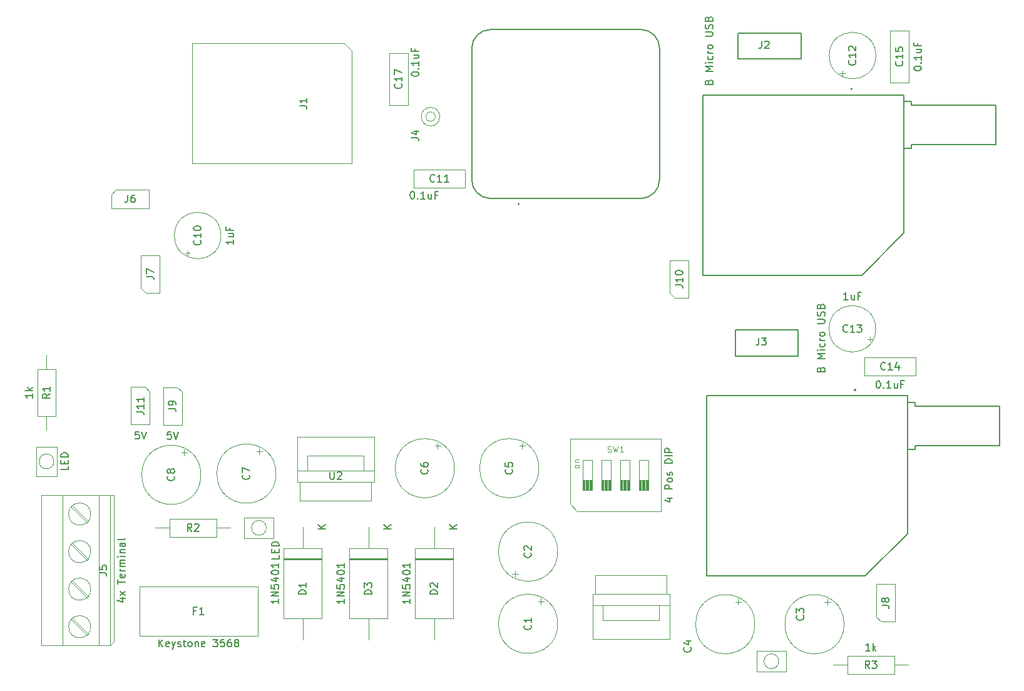
<source format=gbr>
%TF.GenerationSoftware,KiCad,Pcbnew,(6.0.10)*%
%TF.CreationDate,2023-01-17T16:51:49-07:00*%
%TF.ProjectId,MicroPanda,4d696372-6f50-4616-9e64-612e6b696361,rev?*%
%TF.SameCoordinates,Original*%
%TF.FileFunction,AssemblyDrawing,Top*%
%FSLAX46Y46*%
G04 Gerber Fmt 4.6, Leading zero omitted, Abs format (unit mm)*
G04 Created by KiCad (PCBNEW (6.0.10)) date 2023-01-17 16:51:49*
%MOMM*%
%LPD*%
G01*
G04 APERTURE LIST*
%ADD10C,0.150000*%
%ADD11C,0.120000*%
%ADD12C,0.100000*%
%ADD13C,0.127000*%
%ADD14C,0.200000*%
G04 APERTURE END LIST*
D10*
%TO.C,J3*%
X208371571Y-97916476D02*
X208419190Y-97773619D01*
X208466809Y-97726000D01*
X208562047Y-97678380D01*
X208704904Y-97678380D01*
X208800142Y-97726000D01*
X208847761Y-97773619D01*
X208895380Y-97868857D01*
X208895380Y-98249809D01*
X207895380Y-98249809D01*
X207895380Y-97916476D01*
X207943000Y-97821238D01*
X207990619Y-97773619D01*
X208085857Y-97726000D01*
X208181095Y-97726000D01*
X208276333Y-97773619D01*
X208323952Y-97821238D01*
X208371571Y-97916476D01*
X208371571Y-98249809D01*
X208895380Y-96487904D02*
X207895380Y-96487904D01*
X208609666Y-96154571D01*
X207895380Y-95821238D01*
X208895380Y-95821238D01*
X208895380Y-95345047D02*
X208228714Y-95345047D01*
X207895380Y-95345047D02*
X207943000Y-95392666D01*
X207990619Y-95345047D01*
X207943000Y-95297428D01*
X207895380Y-95345047D01*
X207990619Y-95345047D01*
X208847761Y-94440285D02*
X208895380Y-94535523D01*
X208895380Y-94726000D01*
X208847761Y-94821238D01*
X208800142Y-94868857D01*
X208704904Y-94916476D01*
X208419190Y-94916476D01*
X208323952Y-94868857D01*
X208276333Y-94821238D01*
X208228714Y-94726000D01*
X208228714Y-94535523D01*
X208276333Y-94440285D01*
X208895380Y-94011714D02*
X208228714Y-94011714D01*
X208419190Y-94011714D02*
X208323952Y-93964095D01*
X208276333Y-93916476D01*
X208228714Y-93821238D01*
X208228714Y-93726000D01*
X208895380Y-93249809D02*
X208847761Y-93345047D01*
X208800142Y-93392666D01*
X208704904Y-93440285D01*
X208419190Y-93440285D01*
X208323952Y-93392666D01*
X208276333Y-93345047D01*
X208228714Y-93249809D01*
X208228714Y-93106952D01*
X208276333Y-93011714D01*
X208323952Y-92964095D01*
X208419190Y-92916476D01*
X208704904Y-92916476D01*
X208800142Y-92964095D01*
X208847761Y-93011714D01*
X208895380Y-93106952D01*
X208895380Y-93249809D01*
X207895380Y-91726000D02*
X208704904Y-91726000D01*
X208800142Y-91678380D01*
X208847761Y-91630761D01*
X208895380Y-91535523D01*
X208895380Y-91345047D01*
X208847761Y-91249809D01*
X208800142Y-91202190D01*
X208704904Y-91154571D01*
X207895380Y-91154571D01*
X208847761Y-90726000D02*
X208895380Y-90583142D01*
X208895380Y-90345047D01*
X208847761Y-90249809D01*
X208800142Y-90202190D01*
X208704904Y-90154571D01*
X208609666Y-90154571D01*
X208514428Y-90202190D01*
X208466809Y-90249809D01*
X208419190Y-90345047D01*
X208371571Y-90535523D01*
X208323952Y-90630761D01*
X208276333Y-90678380D01*
X208181095Y-90726000D01*
X208085857Y-90726000D01*
X207990619Y-90678380D01*
X207943000Y-90630761D01*
X207895380Y-90535523D01*
X207895380Y-90297428D01*
X207943000Y-90154571D01*
X208371571Y-89392666D02*
X208419190Y-89249809D01*
X208466809Y-89202190D01*
X208562047Y-89154571D01*
X208704904Y-89154571D01*
X208800142Y-89202190D01*
X208847761Y-89249809D01*
X208895380Y-89345047D01*
X208895380Y-89726000D01*
X207895380Y-89726000D01*
X207895380Y-89392666D01*
X207943000Y-89297428D01*
X207990619Y-89249809D01*
X208085857Y-89202190D01*
X208181095Y-89202190D01*
X208276333Y-89249809D01*
X208323952Y-89297428D01*
X208371571Y-89392666D01*
X208371571Y-89726000D01*
X199975666Y-93663380D02*
X199975666Y-94377666D01*
X199928047Y-94520523D01*
X199832809Y-94615761D01*
X199689952Y-94663380D01*
X199594714Y-94663380D01*
X200356619Y-93663380D02*
X200975666Y-93663380D01*
X200642333Y-94044333D01*
X200785190Y-94044333D01*
X200880428Y-94091952D01*
X200928047Y-94139571D01*
X200975666Y-94234809D01*
X200975666Y-94472904D01*
X200928047Y-94568142D01*
X200880428Y-94615761D01*
X200785190Y-94663380D01*
X200499476Y-94663380D01*
X200404238Y-94615761D01*
X200356619Y-94568142D01*
%TO.C,J2*%
X193222571Y-59054476D02*
X193270190Y-58911619D01*
X193317809Y-58864000D01*
X193413047Y-58816380D01*
X193555904Y-58816380D01*
X193651142Y-58864000D01*
X193698761Y-58911619D01*
X193746380Y-59006857D01*
X193746380Y-59387809D01*
X192746380Y-59387809D01*
X192746380Y-59054476D01*
X192794000Y-58959238D01*
X192841619Y-58911619D01*
X192936857Y-58864000D01*
X193032095Y-58864000D01*
X193127333Y-58911619D01*
X193174952Y-58959238D01*
X193222571Y-59054476D01*
X193222571Y-59387809D01*
X193746380Y-57625904D02*
X192746380Y-57625904D01*
X193460666Y-57292571D01*
X192746380Y-56959238D01*
X193746380Y-56959238D01*
X193746380Y-56483047D02*
X193079714Y-56483047D01*
X192746380Y-56483047D02*
X192794000Y-56530666D01*
X192841619Y-56483047D01*
X192794000Y-56435428D01*
X192746380Y-56483047D01*
X192841619Y-56483047D01*
X193698761Y-55578285D02*
X193746380Y-55673523D01*
X193746380Y-55864000D01*
X193698761Y-55959238D01*
X193651142Y-56006857D01*
X193555904Y-56054476D01*
X193270190Y-56054476D01*
X193174952Y-56006857D01*
X193127333Y-55959238D01*
X193079714Y-55864000D01*
X193079714Y-55673523D01*
X193127333Y-55578285D01*
X193746380Y-55149714D02*
X193079714Y-55149714D01*
X193270190Y-55149714D02*
X193174952Y-55102095D01*
X193127333Y-55054476D01*
X193079714Y-54959238D01*
X193079714Y-54864000D01*
X193746380Y-54387809D02*
X193698761Y-54483047D01*
X193651142Y-54530666D01*
X193555904Y-54578285D01*
X193270190Y-54578285D01*
X193174952Y-54530666D01*
X193127333Y-54483047D01*
X193079714Y-54387809D01*
X193079714Y-54244952D01*
X193127333Y-54149714D01*
X193174952Y-54102095D01*
X193270190Y-54054476D01*
X193555904Y-54054476D01*
X193651142Y-54102095D01*
X193698761Y-54149714D01*
X193746380Y-54244952D01*
X193746380Y-54387809D01*
X192746380Y-52864000D02*
X193555904Y-52864000D01*
X193651142Y-52816380D01*
X193698761Y-52768761D01*
X193746380Y-52673523D01*
X193746380Y-52483047D01*
X193698761Y-52387809D01*
X193651142Y-52340190D01*
X193555904Y-52292571D01*
X192746380Y-52292571D01*
X193698761Y-51864000D02*
X193746380Y-51721142D01*
X193746380Y-51483047D01*
X193698761Y-51387809D01*
X193651142Y-51340190D01*
X193555904Y-51292571D01*
X193460666Y-51292571D01*
X193365428Y-51340190D01*
X193317809Y-51387809D01*
X193270190Y-51483047D01*
X193222571Y-51673523D01*
X193174952Y-51768761D01*
X193127333Y-51816380D01*
X193032095Y-51864000D01*
X192936857Y-51864000D01*
X192841619Y-51816380D01*
X192794000Y-51768761D01*
X192746380Y-51673523D01*
X192746380Y-51435428D01*
X192794000Y-51292571D01*
X193222571Y-50530666D02*
X193270190Y-50387809D01*
X193317809Y-50340190D01*
X193413047Y-50292571D01*
X193555904Y-50292571D01*
X193651142Y-50340190D01*
X193698761Y-50387809D01*
X193746380Y-50483047D01*
X193746380Y-50864000D01*
X192746380Y-50864000D01*
X192746380Y-50530666D01*
X192794000Y-50435428D01*
X192841619Y-50387809D01*
X192936857Y-50340190D01*
X193032095Y-50340190D01*
X193127333Y-50387809D01*
X193174952Y-50435428D01*
X193222571Y-50530666D01*
X193222571Y-50864000D01*
X200356443Y-53523140D02*
X200356443Y-54237426D01*
X200308824Y-54380283D01*
X200213586Y-54475521D01*
X200070729Y-54523140D01*
X199975491Y-54523140D01*
X200785015Y-53618379D02*
X200832634Y-53570760D01*
X200927872Y-53523140D01*
X201165967Y-53523140D01*
X201261205Y-53570760D01*
X201308824Y-53618379D01*
X201356443Y-53713617D01*
X201356443Y-53808855D01*
X201308824Y-53951712D01*
X200737396Y-54523140D01*
X201356443Y-54523140D01*
%TO.C,R3*%
X215018952Y-136004380D02*
X214447523Y-136004380D01*
X214733238Y-136004380D02*
X214733238Y-135004380D01*
X214638000Y-135147238D01*
X214542761Y-135242476D01*
X214447523Y-135290095D01*
X215447523Y-136004380D02*
X215447523Y-135004380D01*
X215542761Y-135623428D02*
X215828476Y-136004380D01*
X215828476Y-135337714D02*
X215447523Y-135718666D01*
X214971333Y-138374380D02*
X214638000Y-137898190D01*
X214399904Y-138374380D02*
X214399904Y-137374380D01*
X214780857Y-137374380D01*
X214876095Y-137422000D01*
X214923714Y-137469619D01*
X214971333Y-137564857D01*
X214971333Y-137707714D01*
X214923714Y-137802952D01*
X214876095Y-137850571D01*
X214780857Y-137898190D01*
X214399904Y-137898190D01*
X215304666Y-137374380D02*
X215923714Y-137374380D01*
X215590380Y-137755333D01*
X215733238Y-137755333D01*
X215828476Y-137802952D01*
X215876095Y-137850571D01*
X215923714Y-137945809D01*
X215923714Y-138183904D01*
X215876095Y-138279142D01*
X215828476Y-138326761D01*
X215733238Y-138374380D01*
X215447523Y-138374380D01*
X215352285Y-138326761D01*
X215304666Y-138279142D01*
%TO.C,R2*%
X123277333Y-119832380D02*
X122944000Y-119356190D01*
X122705904Y-119832380D02*
X122705904Y-118832380D01*
X123086857Y-118832380D01*
X123182095Y-118880000D01*
X123229714Y-118927619D01*
X123277333Y-119022857D01*
X123277333Y-119165714D01*
X123229714Y-119260952D01*
X123182095Y-119308571D01*
X123086857Y-119356190D01*
X122705904Y-119356190D01*
X123658285Y-118927619D02*
X123705904Y-118880000D01*
X123801142Y-118832380D01*
X124039238Y-118832380D01*
X124134476Y-118880000D01*
X124182095Y-118927619D01*
X124229714Y-119022857D01*
X124229714Y-119118095D01*
X124182095Y-119260952D01*
X123610666Y-119832380D01*
X124229714Y-119832380D01*
%TO.C,R1*%
X101714380Y-101211047D02*
X101714380Y-101782476D01*
X101714380Y-101496761D02*
X100714380Y-101496761D01*
X100857238Y-101592000D01*
X100952476Y-101687238D01*
X101000095Y-101782476D01*
X101714380Y-100782476D02*
X100714380Y-100782476D01*
X101333428Y-100687238D02*
X101714380Y-100401523D01*
X101047714Y-100401523D02*
X101428666Y-100782476D01*
X104084380Y-101258666D02*
X103608190Y-101592000D01*
X104084380Y-101830095D02*
X103084380Y-101830095D01*
X103084380Y-101449142D01*
X103132000Y-101353904D01*
X103179619Y-101306285D01*
X103274857Y-101258666D01*
X103417714Y-101258666D01*
X103512952Y-101306285D01*
X103560571Y-101353904D01*
X103608190Y-101449142D01*
X103608190Y-101830095D01*
X104084380Y-100306285D02*
X104084380Y-100877714D01*
X104084380Y-100592000D02*
X103084380Y-100592000D01*
X103227238Y-100687238D01*
X103322476Y-100782476D01*
X103370095Y-100877714D01*
%TO.C,D5*%
X135072380Y-123070857D02*
X135072380Y-123547047D01*
X134072380Y-123547047D01*
X134548571Y-122737523D02*
X134548571Y-122404190D01*
X135072380Y-122261333D02*
X135072380Y-122737523D01*
X134072380Y-122737523D01*
X134072380Y-122261333D01*
X135072380Y-121832761D02*
X134072380Y-121832761D01*
X134072380Y-121594666D01*
X134120000Y-121451809D01*
X134215238Y-121356571D01*
X134310476Y-121308952D01*
X134500952Y-121261333D01*
X134643809Y-121261333D01*
X134834285Y-121308952D01*
X134929523Y-121356571D01*
X135024761Y-121451809D01*
X135072380Y-121594666D01*
X135072380Y-121832761D01*
%TO.C,D4*%
X106544380Y-111034857D02*
X106544380Y-111511047D01*
X105544380Y-111511047D01*
X106020571Y-110701523D02*
X106020571Y-110368190D01*
X106544380Y-110225333D02*
X106544380Y-110701523D01*
X105544380Y-110701523D01*
X105544380Y-110225333D01*
X106544380Y-109796761D02*
X105544380Y-109796761D01*
X105544380Y-109558666D01*
X105592000Y-109415809D01*
X105687238Y-109320571D01*
X105782476Y-109272952D01*
X105972952Y-109225333D01*
X106115809Y-109225333D01*
X106306285Y-109272952D01*
X106401523Y-109320571D01*
X106496761Y-109415809D01*
X106544380Y-109558666D01*
X106544380Y-109796761D01*
%TO.C,J11*%
X116141523Y-106362380D02*
X115665333Y-106362380D01*
X115617714Y-106838571D01*
X115665333Y-106790952D01*
X115760571Y-106743333D01*
X115998666Y-106743333D01*
X116093904Y-106790952D01*
X116141523Y-106838571D01*
X116189142Y-106933809D01*
X116189142Y-107171904D01*
X116141523Y-107267142D01*
X116093904Y-107314761D01*
X115998666Y-107362380D01*
X115760571Y-107362380D01*
X115665333Y-107314761D01*
X115617714Y-107267142D01*
X116474857Y-106362380D02*
X116808190Y-107362380D01*
X117141523Y-106362380D01*
X115784380Y-103679523D02*
X116498666Y-103679523D01*
X116641523Y-103727142D01*
X116736761Y-103822380D01*
X116784380Y-103965238D01*
X116784380Y-104060476D01*
X116784380Y-102679523D02*
X116784380Y-103250952D01*
X116784380Y-102965238D02*
X115784380Y-102965238D01*
X115927238Y-103060476D01*
X116022476Y-103155714D01*
X116070095Y-103250952D01*
X116784380Y-101727142D02*
X116784380Y-102298571D01*
X116784380Y-102012857D02*
X115784380Y-102012857D01*
X115927238Y-102108095D01*
X116022476Y-102203333D01*
X116070095Y-102298571D01*
%TO.C,D2*%
X152805843Y-129034931D02*
X152805843Y-129606359D01*
X152805843Y-129320645D02*
X151805843Y-129320645D01*
X151948701Y-129415883D01*
X152043939Y-129511121D01*
X152091558Y-129606359D01*
X152805843Y-128606359D02*
X151805843Y-128606359D01*
X152805843Y-128034931D01*
X151805843Y-128034931D01*
X151805843Y-127082550D02*
X151805843Y-127558740D01*
X152282034Y-127606359D01*
X152234415Y-127558740D01*
X152186796Y-127463502D01*
X152186796Y-127225407D01*
X152234415Y-127130169D01*
X152282034Y-127082550D01*
X152377272Y-127034931D01*
X152615367Y-127034931D01*
X152710605Y-127082550D01*
X152758224Y-127130169D01*
X152805843Y-127225407D01*
X152805843Y-127463502D01*
X152758224Y-127558740D01*
X152710605Y-127606359D01*
X152139177Y-126177788D02*
X152805843Y-126177788D01*
X151758224Y-126415883D02*
X152472510Y-126653978D01*
X152472510Y-126034931D01*
X151805843Y-125463502D02*
X151805843Y-125368264D01*
X151853463Y-125273026D01*
X151901082Y-125225407D01*
X151996320Y-125177788D01*
X152186796Y-125130169D01*
X152424891Y-125130169D01*
X152615367Y-125177788D01*
X152710605Y-125225407D01*
X152758224Y-125273026D01*
X152805843Y-125368264D01*
X152805843Y-125463502D01*
X152758224Y-125558740D01*
X152710605Y-125606359D01*
X152615367Y-125653978D01*
X152424891Y-125701597D01*
X152186796Y-125701597D01*
X151996320Y-125653978D01*
X151901082Y-125606359D01*
X151853463Y-125558740D01*
X151805843Y-125463502D01*
X152805843Y-124177788D02*
X152805843Y-124749216D01*
X152805843Y-124463502D02*
X151805843Y-124463502D01*
X151948701Y-124558740D01*
X152043939Y-124653978D01*
X152091558Y-124749216D01*
X156525843Y-128342669D02*
X155525843Y-128342669D01*
X155525843Y-128104574D01*
X155573463Y-127961716D01*
X155668701Y-127866478D01*
X155763939Y-127818859D01*
X155954415Y-127771240D01*
X156097272Y-127771240D01*
X156287748Y-127818859D01*
X156382986Y-127866478D01*
X156478224Y-127961716D01*
X156525843Y-128104574D01*
X156525843Y-128342669D01*
X155621082Y-127390288D02*
X155573463Y-127342669D01*
X155525843Y-127247431D01*
X155525843Y-127009335D01*
X155573463Y-126914097D01*
X155621082Y-126866478D01*
X155716320Y-126818859D01*
X155811558Y-126818859D01*
X155954415Y-126866478D01*
X156525843Y-127437907D01*
X156525843Y-126818859D01*
X159125843Y-119533978D02*
X158125843Y-119533978D01*
X159125843Y-118962550D02*
X158554415Y-119391121D01*
X158125843Y-118962550D02*
X158697272Y-119533978D01*
%TO.C,SW1*%
X187619714Y-115411240D02*
X188286380Y-115411240D01*
X187238761Y-115649335D02*
X187953047Y-115887431D01*
X187953047Y-115268383D01*
X188286380Y-114125526D02*
X187286380Y-114125526D01*
X187286380Y-113744574D01*
X187334000Y-113649335D01*
X187381619Y-113601716D01*
X187476857Y-113554097D01*
X187619714Y-113554097D01*
X187714952Y-113601716D01*
X187762571Y-113649335D01*
X187810190Y-113744574D01*
X187810190Y-114125526D01*
X188286380Y-112982669D02*
X188238761Y-113077907D01*
X188191142Y-113125526D01*
X188095904Y-113173145D01*
X187810190Y-113173145D01*
X187714952Y-113125526D01*
X187667333Y-113077907D01*
X187619714Y-112982669D01*
X187619714Y-112839812D01*
X187667333Y-112744574D01*
X187714952Y-112696954D01*
X187810190Y-112649335D01*
X188095904Y-112649335D01*
X188191142Y-112696954D01*
X188238761Y-112744574D01*
X188286380Y-112839812D01*
X188286380Y-112982669D01*
X188238761Y-112268383D02*
X188286380Y-112173145D01*
X188286380Y-111982669D01*
X188238761Y-111887431D01*
X188143523Y-111839812D01*
X188095904Y-111839812D01*
X188000666Y-111887431D01*
X187953047Y-111982669D01*
X187953047Y-112125526D01*
X187905428Y-112220764D01*
X187810190Y-112268383D01*
X187762571Y-112268383D01*
X187667333Y-112220764D01*
X187619714Y-112125526D01*
X187619714Y-111982669D01*
X187667333Y-111887431D01*
X188286380Y-110649335D02*
X187286380Y-110649335D01*
X187286380Y-110411240D01*
X187334000Y-110268383D01*
X187429238Y-110173145D01*
X187524476Y-110125526D01*
X187714952Y-110077907D01*
X187857809Y-110077907D01*
X188048285Y-110125526D01*
X188143523Y-110173145D01*
X188238761Y-110268383D01*
X188286380Y-110411240D01*
X188286380Y-110649335D01*
X188286380Y-109649335D02*
X187286380Y-109649335D01*
X188286380Y-109173145D02*
X187286380Y-109173145D01*
X187286380Y-108792193D01*
X187334000Y-108696954D01*
X187381619Y-108649335D01*
X187476857Y-108601716D01*
X187619714Y-108601716D01*
X187714952Y-108649335D01*
X187762571Y-108696954D01*
X187810190Y-108792193D01*
X187810190Y-109173145D01*
D11*
X175658404Y-111108621D02*
X175620309Y-111184812D01*
X175582214Y-111222907D01*
X175506023Y-111261002D01*
X175277452Y-111261002D01*
X175201261Y-111222907D01*
X175163166Y-111184812D01*
X175125071Y-111108621D01*
X175125071Y-110994335D01*
X175163166Y-110918145D01*
X175201261Y-110880050D01*
X175277452Y-110841954D01*
X175506023Y-110841954D01*
X175582214Y-110880050D01*
X175620309Y-110918145D01*
X175658404Y-110994335D01*
X175658404Y-111108621D01*
X175125071Y-110499097D02*
X175658404Y-110499097D01*
X175201261Y-110499097D02*
X175163166Y-110461002D01*
X175125071Y-110384812D01*
X175125071Y-110270526D01*
X175163166Y-110194335D01*
X175239357Y-110156240D01*
X175658404Y-110156240D01*
X179537333Y-109108383D02*
X179651619Y-109146478D01*
X179842095Y-109146478D01*
X179918285Y-109108383D01*
X179956380Y-109070288D01*
X179994476Y-108994097D01*
X179994476Y-108917907D01*
X179956380Y-108841716D01*
X179918285Y-108803621D01*
X179842095Y-108765526D01*
X179689714Y-108727431D01*
X179613523Y-108689335D01*
X179575428Y-108651240D01*
X179537333Y-108575050D01*
X179537333Y-108498859D01*
X179575428Y-108422669D01*
X179613523Y-108384574D01*
X179689714Y-108346478D01*
X179880190Y-108346478D01*
X179994476Y-108384574D01*
X180261142Y-108346478D02*
X180451619Y-109146478D01*
X180604000Y-108575050D01*
X180756380Y-109146478D01*
X180946857Y-108346478D01*
X181670666Y-109146478D02*
X181213523Y-109146478D01*
X181442095Y-109146478D02*
X181442095Y-108346478D01*
X181365904Y-108460764D01*
X181289714Y-108536954D01*
X181213523Y-108575050D01*
D10*
%TO.C,C2*%
X169130605Y-122761995D02*
X169178224Y-122809614D01*
X169225843Y-122952471D01*
X169225843Y-123047709D01*
X169178224Y-123190567D01*
X169082986Y-123285805D01*
X168987748Y-123333424D01*
X168797272Y-123381043D01*
X168654415Y-123381043D01*
X168463939Y-123333424D01*
X168368701Y-123285805D01*
X168273463Y-123190567D01*
X168225843Y-123047709D01*
X168225843Y-122952471D01*
X168273463Y-122809614D01*
X168321082Y-122761995D01*
X168321082Y-122381043D02*
X168273463Y-122333424D01*
X168225843Y-122238186D01*
X168225843Y-122000090D01*
X168273463Y-121904852D01*
X168321082Y-121857233D01*
X168416320Y-121809614D01*
X168511558Y-121809614D01*
X168654415Y-121857233D01*
X169225843Y-122428662D01*
X169225843Y-121809614D01*
%TO.C,C7*%
X131030605Y-112208136D02*
X131078224Y-112255755D01*
X131125843Y-112398612D01*
X131125843Y-112493850D01*
X131078224Y-112636708D01*
X130982986Y-112731946D01*
X130887748Y-112779565D01*
X130697272Y-112827184D01*
X130554415Y-112827184D01*
X130363939Y-112779565D01*
X130268701Y-112731946D01*
X130173463Y-112636708D01*
X130125843Y-112493850D01*
X130125843Y-112398612D01*
X130173463Y-112255755D01*
X130221082Y-112208136D01*
X130125843Y-111874803D02*
X130125843Y-111208136D01*
X131125843Y-111636708D01*
%TO.C,C13*%
X212045661Y-88508380D02*
X211474233Y-88508380D01*
X211759947Y-88508380D02*
X211759947Y-87508380D01*
X211664709Y-87651238D01*
X211569471Y-87746476D01*
X211474233Y-87794095D01*
X212902804Y-87841714D02*
X212902804Y-88508380D01*
X212474233Y-87841714D02*
X212474233Y-88365523D01*
X212521852Y-88460761D01*
X212617090Y-88508380D01*
X212759947Y-88508380D01*
X212855185Y-88460761D01*
X212902804Y-88413142D01*
X213712328Y-87984571D02*
X213378995Y-87984571D01*
X213378995Y-88508380D02*
X213378995Y-87508380D01*
X213855185Y-87508380D01*
X211998042Y-92813142D02*
X211950423Y-92860761D01*
X211807566Y-92908380D01*
X211712328Y-92908380D01*
X211569471Y-92860761D01*
X211474233Y-92765523D01*
X211426614Y-92670285D01*
X211378995Y-92479809D01*
X211378995Y-92336952D01*
X211426614Y-92146476D01*
X211474233Y-92051238D01*
X211569471Y-91956000D01*
X211712328Y-91908380D01*
X211807566Y-91908380D01*
X211950423Y-91956000D01*
X211998042Y-92003619D01*
X212950423Y-92908380D02*
X212378995Y-92908380D01*
X212664709Y-92908380D02*
X212664709Y-91908380D01*
X212569471Y-92051238D01*
X212474233Y-92146476D01*
X212378995Y-92194095D01*
X213283757Y-91908380D02*
X213902804Y-91908380D01*
X213569471Y-92289333D01*
X213712328Y-92289333D01*
X213807566Y-92336952D01*
X213855185Y-92384571D01*
X213902804Y-92479809D01*
X213902804Y-92717904D01*
X213855185Y-92813142D01*
X213807566Y-92860761D01*
X213712328Y-92908380D01*
X213426614Y-92908380D01*
X213331376Y-92860761D01*
X213283757Y-92813142D01*
%TO.C,J4*%
X152995380Y-66627333D02*
X153709666Y-66627333D01*
X153852523Y-66674952D01*
X153947761Y-66770190D01*
X153995380Y-66913047D01*
X153995380Y-67008285D01*
X153328714Y-65722571D02*
X153995380Y-65722571D01*
X152947761Y-65960666D02*
X153662047Y-66198761D01*
X153662047Y-65579714D01*
%TO.C,J7*%
X117137380Y-85383333D02*
X117851666Y-85383333D01*
X117994523Y-85430952D01*
X118089761Y-85526190D01*
X118137380Y-85669047D01*
X118137380Y-85764285D01*
X117137380Y-85002380D02*
X117137380Y-84335714D01*
X118137380Y-84764285D01*
%TO.C,J6*%
X114601666Y-74357380D02*
X114601666Y-75071666D01*
X114554047Y-75214523D01*
X114458809Y-75309761D01*
X114315952Y-75357380D01*
X114220714Y-75357380D01*
X115506428Y-74357380D02*
X115315952Y-74357380D01*
X115220714Y-74405000D01*
X115173095Y-74452619D01*
X115077857Y-74595476D01*
X115030238Y-74785952D01*
X115030238Y-75166904D01*
X115077857Y-75262142D01*
X115125476Y-75309761D01*
X115220714Y-75357380D01*
X115411190Y-75357380D01*
X115506428Y-75309761D01*
X115554047Y-75262142D01*
X115601666Y-75166904D01*
X115601666Y-74928809D01*
X115554047Y-74833571D01*
X115506428Y-74785952D01*
X115411190Y-74738333D01*
X115220714Y-74738333D01*
X115125476Y-74785952D01*
X115077857Y-74833571D01*
X115030238Y-74928809D01*
%TO.C,C14*%
X216098642Y-99488380D02*
X216193880Y-99488380D01*
X216289119Y-99536000D01*
X216336738Y-99583619D01*
X216384357Y-99678857D01*
X216431976Y-99869333D01*
X216431976Y-100107428D01*
X216384357Y-100297904D01*
X216336738Y-100393142D01*
X216289119Y-100440761D01*
X216193880Y-100488380D01*
X216098642Y-100488380D01*
X216003404Y-100440761D01*
X215955785Y-100393142D01*
X215908166Y-100297904D01*
X215860547Y-100107428D01*
X215860547Y-99869333D01*
X215908166Y-99678857D01*
X215955785Y-99583619D01*
X216003404Y-99536000D01*
X216098642Y-99488380D01*
X216860547Y-100393142D02*
X216908166Y-100440761D01*
X216860547Y-100488380D01*
X216812928Y-100440761D01*
X216860547Y-100393142D01*
X216860547Y-100488380D01*
X217860547Y-100488380D02*
X217289119Y-100488380D01*
X217574833Y-100488380D02*
X217574833Y-99488380D01*
X217479595Y-99631238D01*
X217384357Y-99726476D01*
X217289119Y-99774095D01*
X218717690Y-99821714D02*
X218717690Y-100488380D01*
X218289119Y-99821714D02*
X218289119Y-100345523D01*
X218336738Y-100440761D01*
X218431976Y-100488380D01*
X218574833Y-100488380D01*
X218670071Y-100440761D01*
X218717690Y-100393142D01*
X219527214Y-99964571D02*
X219193880Y-99964571D01*
X219193880Y-100488380D02*
X219193880Y-99488380D01*
X219670071Y-99488380D01*
X217098642Y-97893142D02*
X217051023Y-97940761D01*
X216908166Y-97988380D01*
X216812928Y-97988380D01*
X216670071Y-97940761D01*
X216574833Y-97845523D01*
X216527214Y-97750285D01*
X216479595Y-97559809D01*
X216479595Y-97416952D01*
X216527214Y-97226476D01*
X216574833Y-97131238D01*
X216670071Y-97036000D01*
X216812928Y-96988380D01*
X216908166Y-96988380D01*
X217051023Y-97036000D01*
X217098642Y-97083619D01*
X218051023Y-97988380D02*
X217479595Y-97988380D01*
X217765309Y-97988380D02*
X217765309Y-96988380D01*
X217670071Y-97131238D01*
X217574833Y-97226476D01*
X217479595Y-97274095D01*
X218908166Y-97321714D02*
X218908166Y-97988380D01*
X218670071Y-96940761D02*
X218431976Y-97655047D01*
X219051023Y-97655047D01*
%TO.C,C11*%
X153066642Y-73874380D02*
X153161880Y-73874380D01*
X153257119Y-73922000D01*
X153304738Y-73969619D01*
X153352357Y-74064857D01*
X153399976Y-74255333D01*
X153399976Y-74493428D01*
X153352357Y-74683904D01*
X153304738Y-74779142D01*
X153257119Y-74826761D01*
X153161880Y-74874380D01*
X153066642Y-74874380D01*
X152971404Y-74826761D01*
X152923785Y-74779142D01*
X152876166Y-74683904D01*
X152828547Y-74493428D01*
X152828547Y-74255333D01*
X152876166Y-74064857D01*
X152923785Y-73969619D01*
X152971404Y-73922000D01*
X153066642Y-73874380D01*
X153828547Y-74779142D02*
X153876166Y-74826761D01*
X153828547Y-74874380D01*
X153780928Y-74826761D01*
X153828547Y-74779142D01*
X153828547Y-74874380D01*
X154828547Y-74874380D02*
X154257119Y-74874380D01*
X154542833Y-74874380D02*
X154542833Y-73874380D01*
X154447595Y-74017238D01*
X154352357Y-74112476D01*
X154257119Y-74160095D01*
X155685690Y-74207714D02*
X155685690Y-74874380D01*
X155257119Y-74207714D02*
X155257119Y-74731523D01*
X155304738Y-74826761D01*
X155399976Y-74874380D01*
X155542833Y-74874380D01*
X155638071Y-74826761D01*
X155685690Y-74779142D01*
X156495214Y-74350571D02*
X156161880Y-74350571D01*
X156161880Y-74874380D02*
X156161880Y-73874380D01*
X156638071Y-73874380D01*
X156138642Y-72493142D02*
X156091023Y-72540761D01*
X155948166Y-72588380D01*
X155852928Y-72588380D01*
X155710071Y-72540761D01*
X155614833Y-72445523D01*
X155567214Y-72350285D01*
X155519595Y-72159809D01*
X155519595Y-72016952D01*
X155567214Y-71826476D01*
X155614833Y-71731238D01*
X155710071Y-71636000D01*
X155852928Y-71588380D01*
X155948166Y-71588380D01*
X156091023Y-71636000D01*
X156138642Y-71683619D01*
X157091023Y-72588380D02*
X156519595Y-72588380D01*
X156805309Y-72588380D02*
X156805309Y-71588380D01*
X156710071Y-71731238D01*
X156614833Y-71826476D01*
X156519595Y-71874095D01*
X158043404Y-72588380D02*
X157471976Y-72588380D01*
X157757690Y-72588380D02*
X157757690Y-71588380D01*
X157662452Y-71731238D01*
X157567214Y-71826476D01*
X157471976Y-71874095D01*
%TO.C,C15*%
X220963880Y-57268857D02*
X220963880Y-57173619D01*
X221011500Y-57078380D01*
X221059119Y-57030761D01*
X221154357Y-56983142D01*
X221344833Y-56935523D01*
X221582928Y-56935523D01*
X221773404Y-56983142D01*
X221868642Y-57030761D01*
X221916261Y-57078380D01*
X221963880Y-57173619D01*
X221963880Y-57268857D01*
X221916261Y-57364095D01*
X221868642Y-57411714D01*
X221773404Y-57459333D01*
X221582928Y-57506952D01*
X221344833Y-57506952D01*
X221154357Y-57459333D01*
X221059119Y-57411714D01*
X221011500Y-57364095D01*
X220963880Y-57268857D01*
X221868642Y-56506952D02*
X221916261Y-56459333D01*
X221963880Y-56506952D01*
X221916261Y-56554571D01*
X221868642Y-56506952D01*
X221963880Y-56506952D01*
X221963880Y-55506952D02*
X221963880Y-56078380D01*
X221963880Y-55792666D02*
X220963880Y-55792666D01*
X221106738Y-55887904D01*
X221201976Y-55983142D01*
X221249595Y-56078380D01*
X221297214Y-54649809D02*
X221963880Y-54649809D01*
X221297214Y-55078380D02*
X221821023Y-55078380D01*
X221916261Y-55030761D01*
X221963880Y-54935523D01*
X221963880Y-54792666D01*
X221916261Y-54697428D01*
X221868642Y-54649809D01*
X221440071Y-53840285D02*
X221440071Y-54173619D01*
X221963880Y-54173619D02*
X220963880Y-54173619D01*
X220963880Y-53697428D01*
X219368642Y-56268857D02*
X219416261Y-56316476D01*
X219463880Y-56459333D01*
X219463880Y-56554571D01*
X219416261Y-56697428D01*
X219321023Y-56792666D01*
X219225785Y-56840285D01*
X219035309Y-56887904D01*
X218892452Y-56887904D01*
X218701976Y-56840285D01*
X218606738Y-56792666D01*
X218511500Y-56697428D01*
X218463880Y-56554571D01*
X218463880Y-56459333D01*
X218511500Y-56316476D01*
X218559119Y-56268857D01*
X219463880Y-55316476D02*
X219463880Y-55887904D01*
X219463880Y-55602190D02*
X218463880Y-55602190D01*
X218606738Y-55697428D01*
X218701976Y-55792666D01*
X218749595Y-55887904D01*
X218463880Y-54411714D02*
X218463880Y-54887904D01*
X218940071Y-54935523D01*
X218892452Y-54887904D01*
X218844833Y-54792666D01*
X218844833Y-54554571D01*
X218892452Y-54459333D01*
X218940071Y-54411714D01*
X219035309Y-54364095D01*
X219273404Y-54364095D01*
X219368642Y-54411714D01*
X219416261Y-54459333D01*
X219463880Y-54554571D01*
X219463880Y-54792666D01*
X219416261Y-54887904D01*
X219368642Y-54935523D01*
%TO.C,C8*%
X120870605Y-112369881D02*
X120918224Y-112417500D01*
X120965843Y-112560357D01*
X120965843Y-112655595D01*
X120918224Y-112798453D01*
X120822986Y-112893691D01*
X120727748Y-112941310D01*
X120537272Y-112988929D01*
X120394415Y-112988929D01*
X120203939Y-112941310D01*
X120108701Y-112893691D01*
X120013463Y-112798453D01*
X119965843Y-112655595D01*
X119965843Y-112560357D01*
X120013463Y-112417500D01*
X120061082Y-112369881D01*
X120394415Y-111798453D02*
X120346796Y-111893691D01*
X120299177Y-111941310D01*
X120203939Y-111988929D01*
X120156320Y-111988929D01*
X120061082Y-111941310D01*
X120013463Y-111893691D01*
X119965843Y-111798453D01*
X119965843Y-111607976D01*
X120013463Y-111512738D01*
X120061082Y-111465119D01*
X120156320Y-111417500D01*
X120203939Y-111417500D01*
X120299177Y-111465119D01*
X120346796Y-111512738D01*
X120394415Y-111607976D01*
X120394415Y-111798453D01*
X120442034Y-111893691D01*
X120489653Y-111941310D01*
X120584891Y-111988929D01*
X120775367Y-111988929D01*
X120870605Y-111941310D01*
X120918224Y-111893691D01*
X120965843Y-111798453D01*
X120965843Y-111607976D01*
X120918224Y-111512738D01*
X120870605Y-111465119D01*
X120775367Y-111417500D01*
X120584891Y-111417500D01*
X120489653Y-111465119D01*
X120442034Y-111512738D01*
X120394415Y-111607976D01*
%TO.C,U2*%
X141981558Y-111790254D02*
X141981558Y-112599778D01*
X142029177Y-112695016D01*
X142076796Y-112742635D01*
X142172034Y-112790254D01*
X142362510Y-112790254D01*
X142457748Y-112742635D01*
X142505367Y-112695016D01*
X142552986Y-112599778D01*
X142552986Y-111790254D01*
X142981558Y-111885493D02*
X143029177Y-111837874D01*
X143124415Y-111790254D01*
X143362510Y-111790254D01*
X143457748Y-111837874D01*
X143505367Y-111885493D01*
X143552986Y-111980731D01*
X143552986Y-112075969D01*
X143505367Y-112218826D01*
X142933939Y-112790254D01*
X143552986Y-112790254D01*
%TO.C,C1*%
X169130605Y-132528136D02*
X169178224Y-132575755D01*
X169225843Y-132718612D01*
X169225843Y-132813850D01*
X169178224Y-132956708D01*
X169082986Y-133051946D01*
X168987748Y-133099565D01*
X168797272Y-133147184D01*
X168654415Y-133147184D01*
X168463939Y-133099565D01*
X168368701Y-133051946D01*
X168273463Y-132956708D01*
X168225843Y-132813850D01*
X168225843Y-132718612D01*
X168273463Y-132575755D01*
X168321082Y-132528136D01*
X169225843Y-131575755D02*
X169225843Y-132147184D01*
X169225843Y-131861470D02*
X168225843Y-131861470D01*
X168368701Y-131956708D01*
X168463939Y-132051946D01*
X168511558Y-132147184D01*
%TO.C,J8*%
X216597380Y-129853333D02*
X217311666Y-129853333D01*
X217454523Y-129900952D01*
X217549761Y-129996190D01*
X217597380Y-130139047D01*
X217597380Y-130234285D01*
X217025952Y-129234285D02*
X216978333Y-129329523D01*
X216930714Y-129377142D01*
X216835476Y-129424761D01*
X216787857Y-129424761D01*
X216692619Y-129377142D01*
X216645000Y-129329523D01*
X216597380Y-129234285D01*
X216597380Y-129043809D01*
X216645000Y-128948571D01*
X216692619Y-128900952D01*
X216787857Y-128853333D01*
X216835476Y-128853333D01*
X216930714Y-128900952D01*
X216978333Y-128948571D01*
X217025952Y-129043809D01*
X217025952Y-129234285D01*
X217073571Y-129329523D01*
X217121190Y-129377142D01*
X217216428Y-129424761D01*
X217406904Y-129424761D01*
X217502142Y-129377142D01*
X217549761Y-129329523D01*
X217597380Y-129234285D01*
X217597380Y-129043809D01*
X217549761Y-128948571D01*
X217502142Y-128900952D01*
X217406904Y-128853333D01*
X217216428Y-128853333D01*
X217121190Y-128900952D01*
X217073571Y-128948571D01*
X217025952Y-129043809D01*
%TO.C,D3*%
X143915843Y-129034931D02*
X143915843Y-129606359D01*
X143915843Y-129320645D02*
X142915843Y-129320645D01*
X143058701Y-129415883D01*
X143153939Y-129511121D01*
X143201558Y-129606359D01*
X143915843Y-128606359D02*
X142915843Y-128606359D01*
X143915843Y-128034931D01*
X142915843Y-128034931D01*
X142915843Y-127082550D02*
X142915843Y-127558740D01*
X143392034Y-127606359D01*
X143344415Y-127558740D01*
X143296796Y-127463502D01*
X143296796Y-127225407D01*
X143344415Y-127130169D01*
X143392034Y-127082550D01*
X143487272Y-127034931D01*
X143725367Y-127034931D01*
X143820605Y-127082550D01*
X143868224Y-127130169D01*
X143915843Y-127225407D01*
X143915843Y-127463502D01*
X143868224Y-127558740D01*
X143820605Y-127606359D01*
X143249177Y-126177788D02*
X143915843Y-126177788D01*
X142868224Y-126415883D02*
X143582510Y-126653978D01*
X143582510Y-126034931D01*
X142915843Y-125463502D02*
X142915843Y-125368264D01*
X142963463Y-125273026D01*
X143011082Y-125225407D01*
X143106320Y-125177788D01*
X143296796Y-125130169D01*
X143534891Y-125130169D01*
X143725367Y-125177788D01*
X143820605Y-125225407D01*
X143868224Y-125273026D01*
X143915843Y-125368264D01*
X143915843Y-125463502D01*
X143868224Y-125558740D01*
X143820605Y-125606359D01*
X143725367Y-125653978D01*
X143534891Y-125701597D01*
X143296796Y-125701597D01*
X143106320Y-125653978D01*
X143011082Y-125606359D01*
X142963463Y-125558740D01*
X142915843Y-125463502D01*
X143915843Y-124177788D02*
X143915843Y-124749216D01*
X143915843Y-124463502D02*
X142915843Y-124463502D01*
X143058701Y-124558740D01*
X143153939Y-124653978D01*
X143201558Y-124749216D01*
X147635843Y-128342669D02*
X146635843Y-128342669D01*
X146635843Y-128104574D01*
X146683463Y-127961716D01*
X146778701Y-127866478D01*
X146873939Y-127818859D01*
X147064415Y-127771240D01*
X147207272Y-127771240D01*
X147397748Y-127818859D01*
X147492986Y-127866478D01*
X147588224Y-127961716D01*
X147635843Y-128104574D01*
X147635843Y-128342669D01*
X146635843Y-127437907D02*
X146635843Y-126818859D01*
X147016796Y-127152193D01*
X147016796Y-127009335D01*
X147064415Y-126914097D01*
X147112034Y-126866478D01*
X147207272Y-126818859D01*
X147445367Y-126818859D01*
X147540605Y-126866478D01*
X147588224Y-126914097D01*
X147635843Y-127009335D01*
X147635843Y-127295050D01*
X147588224Y-127390288D01*
X147540605Y-127437907D01*
X150235843Y-119533978D02*
X149235843Y-119533978D01*
X150235843Y-118962550D02*
X149664415Y-119391121D01*
X149235843Y-118962550D02*
X149807272Y-119533978D01*
%TO.C,D1*%
X135025843Y-129034931D02*
X135025843Y-129606359D01*
X135025843Y-129320645D02*
X134025843Y-129320645D01*
X134168701Y-129415883D01*
X134263939Y-129511121D01*
X134311558Y-129606359D01*
X135025843Y-128606359D02*
X134025843Y-128606359D01*
X135025843Y-128034931D01*
X134025843Y-128034931D01*
X134025843Y-127082550D02*
X134025843Y-127558740D01*
X134502034Y-127606359D01*
X134454415Y-127558740D01*
X134406796Y-127463502D01*
X134406796Y-127225407D01*
X134454415Y-127130169D01*
X134502034Y-127082550D01*
X134597272Y-127034931D01*
X134835367Y-127034931D01*
X134930605Y-127082550D01*
X134978224Y-127130169D01*
X135025843Y-127225407D01*
X135025843Y-127463502D01*
X134978224Y-127558740D01*
X134930605Y-127606359D01*
X134359177Y-126177788D02*
X135025843Y-126177788D01*
X133978224Y-126415883D02*
X134692510Y-126653978D01*
X134692510Y-126034931D01*
X134025843Y-125463502D02*
X134025843Y-125368264D01*
X134073463Y-125273026D01*
X134121082Y-125225407D01*
X134216320Y-125177788D01*
X134406796Y-125130169D01*
X134644891Y-125130169D01*
X134835367Y-125177788D01*
X134930605Y-125225407D01*
X134978224Y-125273026D01*
X135025843Y-125368264D01*
X135025843Y-125463502D01*
X134978224Y-125558740D01*
X134930605Y-125606359D01*
X134835367Y-125653978D01*
X134644891Y-125701597D01*
X134406796Y-125701597D01*
X134216320Y-125653978D01*
X134121082Y-125606359D01*
X134073463Y-125558740D01*
X134025843Y-125463502D01*
X135025843Y-124177788D02*
X135025843Y-124749216D01*
X135025843Y-124463502D02*
X134025843Y-124463502D01*
X134168701Y-124558740D01*
X134263939Y-124653978D01*
X134311558Y-124749216D01*
X141345843Y-119533978D02*
X140345843Y-119533978D01*
X141345843Y-118962550D02*
X140774415Y-119391121D01*
X140345843Y-118962550D02*
X140917272Y-119533978D01*
X138745843Y-128342669D02*
X137745843Y-128342669D01*
X137745843Y-128104574D01*
X137793463Y-127961716D01*
X137888701Y-127866478D01*
X137983939Y-127818859D01*
X138174415Y-127771240D01*
X138317272Y-127771240D01*
X138507748Y-127818859D01*
X138602986Y-127866478D01*
X138698224Y-127961716D01*
X138745843Y-128104574D01*
X138745843Y-128342669D01*
X138745843Y-126818859D02*
X138745843Y-127390288D01*
X138745843Y-127104574D02*
X137745843Y-127104574D01*
X137888701Y-127199812D01*
X137983939Y-127295050D01*
X138031558Y-127390288D01*
%TO.C,C6*%
X155160605Y-111475787D02*
X155208224Y-111523406D01*
X155255843Y-111666263D01*
X155255843Y-111761501D01*
X155208224Y-111904359D01*
X155112986Y-111999597D01*
X155017748Y-112047216D01*
X154827272Y-112094835D01*
X154684415Y-112094835D01*
X154493939Y-112047216D01*
X154398701Y-111999597D01*
X154303463Y-111904359D01*
X154255843Y-111761501D01*
X154255843Y-111666263D01*
X154303463Y-111523406D01*
X154351082Y-111475787D01*
X154255843Y-110618644D02*
X154255843Y-110809121D01*
X154303463Y-110904359D01*
X154351082Y-110951978D01*
X154493939Y-111047216D01*
X154684415Y-111094835D01*
X155065367Y-111094835D01*
X155160605Y-111047216D01*
X155208224Y-110999597D01*
X155255843Y-110904359D01*
X155255843Y-110713882D01*
X155208224Y-110618644D01*
X155160605Y-110571025D01*
X155065367Y-110523406D01*
X154827272Y-110523406D01*
X154732034Y-110571025D01*
X154684415Y-110618644D01*
X154636796Y-110713882D01*
X154636796Y-110904359D01*
X154684415Y-110999597D01*
X154732034Y-111047216D01*
X154827272Y-111094835D01*
%TO.C,J1*%
X137861380Y-62309333D02*
X138575666Y-62309333D01*
X138718523Y-62356952D01*
X138813761Y-62452190D01*
X138861380Y-62595047D01*
X138861380Y-62690285D01*
X138861380Y-61309333D02*
X138861380Y-61880761D01*
X138861380Y-61595047D02*
X137861380Y-61595047D01*
X138004238Y-61690285D01*
X138099476Y-61785523D01*
X138147095Y-61880761D01*
%TO.C,J10*%
X188682380Y-86534523D02*
X189396666Y-86534523D01*
X189539523Y-86582142D01*
X189634761Y-86677380D01*
X189682380Y-86820238D01*
X189682380Y-86915476D01*
X189682380Y-85534523D02*
X189682380Y-86105952D01*
X189682380Y-85820238D02*
X188682380Y-85820238D01*
X188825238Y-85915476D01*
X188920476Y-86010714D01*
X188968095Y-86105952D01*
X188682380Y-84915476D02*
X188682380Y-84820238D01*
X188730000Y-84725000D01*
X188777619Y-84677380D01*
X188872857Y-84629761D01*
X189063333Y-84582142D01*
X189301428Y-84582142D01*
X189491904Y-84629761D01*
X189587142Y-84677380D01*
X189634761Y-84725000D01*
X189682380Y-84820238D01*
X189682380Y-84915476D01*
X189634761Y-85010714D01*
X189587142Y-85058333D01*
X189491904Y-85105952D01*
X189301428Y-85153571D01*
X189063333Y-85153571D01*
X188872857Y-85105952D01*
X188777619Y-85058333D01*
X188730000Y-85010714D01*
X188682380Y-84915476D01*
%TO.C,C5*%
X166590605Y-111475787D02*
X166638224Y-111523406D01*
X166685843Y-111666263D01*
X166685843Y-111761501D01*
X166638224Y-111904359D01*
X166542986Y-111999597D01*
X166447748Y-112047216D01*
X166257272Y-112094835D01*
X166114415Y-112094835D01*
X165923939Y-112047216D01*
X165828701Y-111999597D01*
X165733463Y-111904359D01*
X165685843Y-111761501D01*
X165685843Y-111666263D01*
X165733463Y-111523406D01*
X165781082Y-111475787D01*
X165685843Y-110571025D02*
X165685843Y-111047216D01*
X166162034Y-111094835D01*
X166114415Y-111047216D01*
X166066796Y-110951978D01*
X166066796Y-110713882D01*
X166114415Y-110618644D01*
X166162034Y-110571025D01*
X166257272Y-110523406D01*
X166495367Y-110523406D01*
X166590605Y-110571025D01*
X166638224Y-110618644D01*
X166685843Y-110713882D01*
X166685843Y-110951978D01*
X166638224Y-111047216D01*
X166590605Y-111094835D01*
%TO.C,C12*%
X213018642Y-56133615D02*
X213066261Y-56181234D01*
X213113880Y-56324091D01*
X213113880Y-56419329D01*
X213066261Y-56562186D01*
X212971023Y-56657424D01*
X212875785Y-56705043D01*
X212685309Y-56752662D01*
X212542452Y-56752662D01*
X212351976Y-56705043D01*
X212256738Y-56657424D01*
X212161500Y-56562186D01*
X212113880Y-56419329D01*
X212113880Y-56324091D01*
X212161500Y-56181234D01*
X212209119Y-56133615D01*
X213113880Y-55181234D02*
X213113880Y-55752662D01*
X213113880Y-55466948D02*
X212113880Y-55466948D01*
X212256738Y-55562186D01*
X212351976Y-55657424D01*
X212399595Y-55752662D01*
X212209119Y-54800281D02*
X212161500Y-54752662D01*
X212113880Y-54657424D01*
X212113880Y-54419329D01*
X212161500Y-54324091D01*
X212209119Y-54276472D01*
X212304357Y-54228853D01*
X212399595Y-54228853D01*
X212542452Y-54276472D01*
X213113880Y-54847900D01*
X213113880Y-54228853D01*
%TO.C,C3*%
X205970142Y-131230666D02*
X206017761Y-131278285D01*
X206065380Y-131421142D01*
X206065380Y-131516380D01*
X206017761Y-131659238D01*
X205922523Y-131754476D01*
X205827285Y-131802095D01*
X205636809Y-131849714D01*
X205493952Y-131849714D01*
X205303476Y-131802095D01*
X205208238Y-131754476D01*
X205113000Y-131659238D01*
X205065380Y-131516380D01*
X205065380Y-131421142D01*
X205113000Y-131278285D01*
X205160619Y-131230666D01*
X205065380Y-130897333D02*
X205065380Y-130278285D01*
X205446333Y-130611619D01*
X205446333Y-130468761D01*
X205493952Y-130373523D01*
X205541571Y-130325904D01*
X205636809Y-130278285D01*
X205874904Y-130278285D01*
X205970142Y-130325904D01*
X206017761Y-130373523D01*
X206065380Y-130468761D01*
X206065380Y-130754476D01*
X206017761Y-130849714D01*
X205970142Y-130897333D01*
%TO.C,J9*%
X120484523Y-106382380D02*
X120008333Y-106382380D01*
X119960714Y-106858571D01*
X120008333Y-106810952D01*
X120103571Y-106763333D01*
X120341666Y-106763333D01*
X120436904Y-106810952D01*
X120484523Y-106858571D01*
X120532142Y-106953809D01*
X120532142Y-107191904D01*
X120484523Y-107287142D01*
X120436904Y-107334761D01*
X120341666Y-107382380D01*
X120103571Y-107382380D01*
X120008333Y-107334761D01*
X119960714Y-107287142D01*
X120817857Y-106382380D02*
X121151190Y-107382380D01*
X121484523Y-106382380D01*
X120127380Y-103223333D02*
X120841666Y-103223333D01*
X120984523Y-103270952D01*
X121079761Y-103366190D01*
X121127380Y-103509047D01*
X121127380Y-103604285D01*
X121127380Y-102699523D02*
X121127380Y-102509047D01*
X121079761Y-102413809D01*
X121032142Y-102366190D01*
X120889285Y-102270952D01*
X120698809Y-102223333D01*
X120317857Y-102223333D01*
X120222619Y-102270952D01*
X120175000Y-102318571D01*
X120127380Y-102413809D01*
X120127380Y-102604285D01*
X120175000Y-102699523D01*
X120222619Y-102747142D01*
X120317857Y-102794761D01*
X120555952Y-102794761D01*
X120651190Y-102747142D01*
X120698809Y-102699523D01*
X120746428Y-102604285D01*
X120746428Y-102413809D01*
X120698809Y-102318571D01*
X120651190Y-102270952D01*
X120555952Y-102223333D01*
%TO.C,C4*%
X190730142Y-135548666D02*
X190777761Y-135596285D01*
X190825380Y-135739142D01*
X190825380Y-135834380D01*
X190777761Y-135977238D01*
X190682523Y-136072476D01*
X190587285Y-136120095D01*
X190396809Y-136167714D01*
X190253952Y-136167714D01*
X190063476Y-136120095D01*
X189968238Y-136072476D01*
X189873000Y-135977238D01*
X189825380Y-135834380D01*
X189825380Y-135739142D01*
X189873000Y-135596285D01*
X189920619Y-135548666D01*
X190158714Y-134691523D02*
X190825380Y-134691523D01*
X189777761Y-134929619D02*
X190492047Y-135167714D01*
X190492047Y-134548666D01*
%TO.C,C17*%
X152995380Y-58030857D02*
X152995380Y-57935619D01*
X153043000Y-57840380D01*
X153090619Y-57792761D01*
X153185857Y-57745142D01*
X153376333Y-57697523D01*
X153614428Y-57697523D01*
X153804904Y-57745142D01*
X153900142Y-57792761D01*
X153947761Y-57840380D01*
X153995380Y-57935619D01*
X153995380Y-58030857D01*
X153947761Y-58126095D01*
X153900142Y-58173714D01*
X153804904Y-58221333D01*
X153614428Y-58268952D01*
X153376333Y-58268952D01*
X153185857Y-58221333D01*
X153090619Y-58173714D01*
X153043000Y-58126095D01*
X152995380Y-58030857D01*
X153900142Y-57268952D02*
X153947761Y-57221333D01*
X153995380Y-57268952D01*
X153947761Y-57316571D01*
X153900142Y-57268952D01*
X153995380Y-57268952D01*
X153995380Y-56268952D02*
X153995380Y-56840380D01*
X153995380Y-56554666D02*
X152995380Y-56554666D01*
X153138238Y-56649904D01*
X153233476Y-56745142D01*
X153281095Y-56840380D01*
X153328714Y-55411809D02*
X153995380Y-55411809D01*
X153328714Y-55840380D02*
X153852523Y-55840380D01*
X153947761Y-55792761D01*
X153995380Y-55697523D01*
X153995380Y-55554666D01*
X153947761Y-55459428D01*
X153900142Y-55411809D01*
X153471571Y-54602285D02*
X153471571Y-54935619D01*
X153995380Y-54935619D02*
X152995380Y-54935619D01*
X152995380Y-54459428D01*
X151614142Y-59316857D02*
X151661761Y-59364476D01*
X151709380Y-59507333D01*
X151709380Y-59602571D01*
X151661761Y-59745428D01*
X151566523Y-59840666D01*
X151471285Y-59888285D01*
X151280809Y-59935904D01*
X151137952Y-59935904D01*
X150947476Y-59888285D01*
X150852238Y-59840666D01*
X150757000Y-59745428D01*
X150709380Y-59602571D01*
X150709380Y-59507333D01*
X150757000Y-59364476D01*
X150804619Y-59316857D01*
X151709380Y-58364476D02*
X151709380Y-58935904D01*
X151709380Y-58650190D02*
X150709380Y-58650190D01*
X150852238Y-58745428D01*
X150947476Y-58840666D01*
X150995095Y-58935904D01*
X150709380Y-58031142D02*
X150709380Y-57364476D01*
X151709380Y-57793047D01*
%TO.C,F1*%
X118822510Y-135465528D02*
X118822510Y-134465528D01*
X119393939Y-135465528D02*
X118965367Y-134894100D01*
X119393939Y-134465528D02*
X118822510Y-135036957D01*
X120203463Y-135417909D02*
X120108224Y-135465528D01*
X119917748Y-135465528D01*
X119822510Y-135417909D01*
X119774891Y-135322671D01*
X119774891Y-134941719D01*
X119822510Y-134846481D01*
X119917748Y-134798862D01*
X120108224Y-134798862D01*
X120203463Y-134846481D01*
X120251082Y-134941719D01*
X120251082Y-135036957D01*
X119774891Y-135132195D01*
X120584415Y-134798862D02*
X120822510Y-135465528D01*
X121060605Y-134798862D02*
X120822510Y-135465528D01*
X120727272Y-135703624D01*
X120679653Y-135751243D01*
X120584415Y-135798862D01*
X121393939Y-135417909D02*
X121489177Y-135465528D01*
X121679653Y-135465528D01*
X121774891Y-135417909D01*
X121822510Y-135322671D01*
X121822510Y-135275052D01*
X121774891Y-135179814D01*
X121679653Y-135132195D01*
X121536796Y-135132195D01*
X121441558Y-135084576D01*
X121393939Y-134989338D01*
X121393939Y-134941719D01*
X121441558Y-134846481D01*
X121536796Y-134798862D01*
X121679653Y-134798862D01*
X121774891Y-134846481D01*
X122108224Y-134798862D02*
X122489177Y-134798862D01*
X122251082Y-134465528D02*
X122251082Y-135322671D01*
X122298701Y-135417909D01*
X122393939Y-135465528D01*
X122489177Y-135465528D01*
X122965367Y-135465528D02*
X122870129Y-135417909D01*
X122822510Y-135370290D01*
X122774891Y-135275052D01*
X122774891Y-134989338D01*
X122822510Y-134894100D01*
X122870129Y-134846481D01*
X122965367Y-134798862D01*
X123108224Y-134798862D01*
X123203463Y-134846481D01*
X123251082Y-134894100D01*
X123298701Y-134989338D01*
X123298701Y-135275052D01*
X123251082Y-135370290D01*
X123203463Y-135417909D01*
X123108224Y-135465528D01*
X122965367Y-135465528D01*
X123727272Y-134798862D02*
X123727272Y-135465528D01*
X123727272Y-134894100D02*
X123774891Y-134846481D01*
X123870129Y-134798862D01*
X124012986Y-134798862D01*
X124108224Y-134846481D01*
X124155843Y-134941719D01*
X124155843Y-135465528D01*
X125012986Y-135417909D02*
X124917748Y-135465528D01*
X124727272Y-135465528D01*
X124632034Y-135417909D01*
X124584415Y-135322671D01*
X124584415Y-134941719D01*
X124632034Y-134846481D01*
X124727272Y-134798862D01*
X124917748Y-134798862D01*
X125012986Y-134846481D01*
X125060605Y-134941719D01*
X125060605Y-135036957D01*
X124584415Y-135132195D01*
X126155843Y-134465528D02*
X126774891Y-134465528D01*
X126441558Y-134846481D01*
X126584415Y-134846481D01*
X126679653Y-134894100D01*
X126727272Y-134941719D01*
X126774891Y-135036957D01*
X126774891Y-135275052D01*
X126727272Y-135370290D01*
X126679653Y-135417909D01*
X126584415Y-135465528D01*
X126298701Y-135465528D01*
X126203463Y-135417909D01*
X126155843Y-135370290D01*
X127679653Y-134465528D02*
X127203463Y-134465528D01*
X127155843Y-134941719D01*
X127203463Y-134894100D01*
X127298701Y-134846481D01*
X127536796Y-134846481D01*
X127632034Y-134894100D01*
X127679653Y-134941719D01*
X127727272Y-135036957D01*
X127727272Y-135275052D01*
X127679653Y-135370290D01*
X127632034Y-135417909D01*
X127536796Y-135465528D01*
X127298701Y-135465528D01*
X127203463Y-135417909D01*
X127155843Y-135370290D01*
X128584415Y-134465528D02*
X128393939Y-134465528D01*
X128298701Y-134513148D01*
X128251082Y-134560767D01*
X128155843Y-134703624D01*
X128108224Y-134894100D01*
X128108224Y-135275052D01*
X128155843Y-135370290D01*
X128203463Y-135417909D01*
X128298701Y-135465528D01*
X128489177Y-135465528D01*
X128584415Y-135417909D01*
X128632034Y-135370290D01*
X128679653Y-135275052D01*
X128679653Y-135036957D01*
X128632034Y-134941719D01*
X128584415Y-134894100D01*
X128489177Y-134846481D01*
X128298701Y-134846481D01*
X128203463Y-134894100D01*
X128155843Y-134941719D01*
X128108224Y-135036957D01*
X129251082Y-134894100D02*
X129155843Y-134846481D01*
X129108224Y-134798862D01*
X129060605Y-134703624D01*
X129060605Y-134656005D01*
X129108224Y-134560767D01*
X129155843Y-134513148D01*
X129251082Y-134465528D01*
X129441558Y-134465528D01*
X129536796Y-134513148D01*
X129584415Y-134560767D01*
X129632034Y-134656005D01*
X129632034Y-134703624D01*
X129584415Y-134798862D01*
X129536796Y-134846481D01*
X129441558Y-134894100D01*
X129251082Y-134894100D01*
X129155843Y-134941719D01*
X129108224Y-134989338D01*
X129060605Y-135084576D01*
X129060605Y-135275052D01*
X129108224Y-135370290D01*
X129155843Y-135417909D01*
X129251082Y-135465528D01*
X129441558Y-135465528D01*
X129536796Y-135417909D01*
X129584415Y-135370290D01*
X129632034Y-135275052D01*
X129632034Y-135084576D01*
X129584415Y-134989338D01*
X129536796Y-134941719D01*
X129441558Y-134894100D01*
X123870129Y-130571719D02*
X123536796Y-130571719D01*
X123536796Y-131095528D02*
X123536796Y-130095528D01*
X124012986Y-130095528D01*
X124917748Y-131095528D02*
X124346320Y-131095528D01*
X124632034Y-131095528D02*
X124632034Y-130095528D01*
X124536796Y-130238386D01*
X124441558Y-130333624D01*
X124346320Y-130381243D01*
%TO.C,J5*%
X113564177Y-128918862D02*
X114230843Y-128918862D01*
X113183224Y-129156957D02*
X113897510Y-129395052D01*
X113897510Y-128776005D01*
X114230843Y-128490290D02*
X113564177Y-127966481D01*
X113564177Y-128490290D02*
X114230843Y-127966481D01*
X113230843Y-126966481D02*
X113230843Y-126395052D01*
X114230843Y-126680767D02*
X113230843Y-126680767D01*
X114183224Y-125680767D02*
X114230843Y-125776005D01*
X114230843Y-125966481D01*
X114183224Y-126061719D01*
X114087986Y-126109338D01*
X113707034Y-126109338D01*
X113611796Y-126061719D01*
X113564177Y-125966481D01*
X113564177Y-125776005D01*
X113611796Y-125680767D01*
X113707034Y-125633148D01*
X113802272Y-125633148D01*
X113897510Y-126109338D01*
X114230843Y-125204576D02*
X113564177Y-125204576D01*
X113754653Y-125204576D02*
X113659415Y-125156957D01*
X113611796Y-125109338D01*
X113564177Y-125014100D01*
X113564177Y-124918862D01*
X114230843Y-124585528D02*
X113564177Y-124585528D01*
X113659415Y-124585528D02*
X113611796Y-124537909D01*
X113564177Y-124442671D01*
X113564177Y-124299814D01*
X113611796Y-124204576D01*
X113707034Y-124156957D01*
X114230843Y-124156957D01*
X113707034Y-124156957D02*
X113611796Y-124109338D01*
X113564177Y-124014100D01*
X113564177Y-123871243D01*
X113611796Y-123776005D01*
X113707034Y-123728386D01*
X114230843Y-123728386D01*
X114230843Y-123252195D02*
X113564177Y-123252195D01*
X113230843Y-123252195D02*
X113278463Y-123299814D01*
X113326082Y-123252195D01*
X113278463Y-123204576D01*
X113230843Y-123252195D01*
X113326082Y-123252195D01*
X113564177Y-122776005D02*
X114230843Y-122776005D01*
X113659415Y-122776005D02*
X113611796Y-122728386D01*
X113564177Y-122633148D01*
X113564177Y-122490290D01*
X113611796Y-122395052D01*
X113707034Y-122347433D01*
X114230843Y-122347433D01*
X114230843Y-121442671D02*
X113707034Y-121442671D01*
X113611796Y-121490290D01*
X113564177Y-121585528D01*
X113564177Y-121776005D01*
X113611796Y-121871243D01*
X114183224Y-121442671D02*
X114230843Y-121537909D01*
X114230843Y-121776005D01*
X114183224Y-121871243D01*
X114087986Y-121918862D01*
X113992748Y-121918862D01*
X113897510Y-121871243D01*
X113849891Y-121776005D01*
X113849891Y-121537909D01*
X113802272Y-121442671D01*
X114230843Y-120823624D02*
X114183224Y-120918862D01*
X114087986Y-120966481D01*
X113230843Y-120966481D01*
X110770843Y-125466481D02*
X111485129Y-125466481D01*
X111627986Y-125514100D01*
X111723224Y-125609338D01*
X111770843Y-125752195D01*
X111770843Y-125847433D01*
X110770843Y-124514100D02*
X110770843Y-124990290D01*
X111247034Y-125037909D01*
X111199415Y-124990290D01*
X111151796Y-124895052D01*
X111151796Y-124656957D01*
X111199415Y-124561719D01*
X111247034Y-124514100D01*
X111342272Y-124466481D01*
X111580367Y-124466481D01*
X111675605Y-124514100D01*
X111723224Y-124561719D01*
X111770843Y-124656957D01*
X111770843Y-124895052D01*
X111723224Y-124990290D01*
X111675605Y-125037909D01*
%TO.C,C10*%
X128931380Y-80429692D02*
X128931380Y-81001120D01*
X128931380Y-80715406D02*
X127931380Y-80715406D01*
X128074238Y-80810644D01*
X128169476Y-80905882D01*
X128217095Y-81001120D01*
X128264714Y-79572549D02*
X128931380Y-79572549D01*
X128264714Y-80001120D02*
X128788523Y-80001120D01*
X128883761Y-79953501D01*
X128931380Y-79858263D01*
X128931380Y-79715406D01*
X128883761Y-79620168D01*
X128836142Y-79572549D01*
X128407571Y-78763025D02*
X128407571Y-79096358D01*
X128931380Y-79096358D02*
X127931380Y-79096358D01*
X127931380Y-78620168D01*
X124436142Y-80477311D02*
X124483761Y-80524930D01*
X124531380Y-80667787D01*
X124531380Y-80763025D01*
X124483761Y-80905882D01*
X124388523Y-81001120D01*
X124293285Y-81048739D01*
X124102809Y-81096358D01*
X123959952Y-81096358D01*
X123769476Y-81048739D01*
X123674238Y-81001120D01*
X123579000Y-80905882D01*
X123531380Y-80763025D01*
X123531380Y-80667787D01*
X123579000Y-80524930D01*
X123626619Y-80477311D01*
X124531380Y-79524930D02*
X124531380Y-80096358D01*
X124531380Y-79810644D02*
X123531380Y-79810644D01*
X123674238Y-79905882D01*
X123769476Y-80001120D01*
X123817095Y-80096358D01*
X123531380Y-78905882D02*
X123531380Y-78810644D01*
X123579000Y-78715406D01*
X123626619Y-78667787D01*
X123721857Y-78620168D01*
X123912333Y-78572549D01*
X124150428Y-78572549D01*
X124340904Y-78620168D01*
X124436142Y-78667787D01*
X124483761Y-78715406D01*
X124531380Y-78810644D01*
X124531380Y-78905882D01*
X124483761Y-79001120D01*
X124436142Y-79048739D01*
X124340904Y-79096358D01*
X124150428Y-79143977D01*
X123912333Y-79143977D01*
X123721857Y-79096358D01*
X123626619Y-79048739D01*
X123579000Y-79001120D01*
X123531380Y-78905882D01*
%TO.C,J3*%
X198109000Y-96111000D02*
X199509000Y-96111000D01*
X198109000Y-96111000D02*
X198109000Y-96111000D01*
X196809000Y-96111000D02*
X196809000Y-92611000D01*
X205309000Y-92611000D02*
X205309000Y-96111000D01*
X205309000Y-92611000D02*
X196809000Y-92611000D01*
X199509000Y-96111000D02*
X205309000Y-96111000D01*
X196809000Y-96111000D02*
X198109000Y-96111000D01*
%TO.C,J2*%
X199889777Y-55970760D02*
X205689777Y-55970760D01*
X198489777Y-55970760D02*
X198489777Y-55970760D01*
X197189777Y-55970760D02*
X198489777Y-55970760D01*
X197189777Y-55970760D02*
X197189777Y-52470760D01*
X205689777Y-52470760D02*
X197189777Y-52470760D01*
X205689777Y-52470760D02*
X205689777Y-55970760D01*
X198489777Y-55970760D02*
X199889777Y-55970760D01*
D12*
%TO.C,R3*%
X211988000Y-139172000D02*
X218288000Y-139172000D01*
X218288000Y-136672000D02*
X211988000Y-136672000D01*
X211988000Y-136672000D02*
X211988000Y-139172000D01*
X218288000Y-139172000D02*
X218288000Y-136672000D01*
X220218000Y-137922000D02*
X218288000Y-137922000D01*
X210058000Y-137922000D02*
X211988000Y-137922000D01*
%TO.C,R2*%
X126594000Y-118130000D02*
X120294000Y-118130000D01*
X120294000Y-120630000D02*
X126594000Y-120630000D01*
X126594000Y-120630000D02*
X126594000Y-118130000D01*
X120294000Y-118130000D02*
X120294000Y-120630000D01*
X118364000Y-119380000D02*
X120294000Y-119380000D01*
X128524000Y-119380000D02*
X126594000Y-119380000D01*
%TO.C,R1*%
X104882000Y-104242000D02*
X104882000Y-97942000D01*
X102382000Y-97942000D02*
X102382000Y-104242000D01*
X102382000Y-104242000D02*
X104882000Y-104242000D01*
X104882000Y-97942000D02*
X102382000Y-97942000D01*
X103632000Y-96012000D02*
X103632000Y-97942000D01*
X103632000Y-106172000D02*
X103632000Y-104242000D01*
%TO.C,D6*%
X203676000Y-138814000D02*
X203676000Y-136014000D01*
X203676000Y-136014000D02*
X199676000Y-136014000D01*
X199676000Y-136014000D02*
X199676000Y-138814000D01*
X199676000Y-138814000D02*
X203676000Y-138814000D01*
X202676000Y-137414000D02*
G75*
G03*
X202676000Y-137414000I-1000000J0D01*
G01*
%TO.C,D5*%
X133359000Y-119380000D02*
G75*
G03*
X133359000Y-119380000I-1000000J0D01*
G01*
X134359000Y-117980000D02*
X130359000Y-117980000D01*
X134359000Y-120780000D02*
X134359000Y-117980000D01*
X130359000Y-120780000D02*
X134359000Y-120780000D01*
X130359000Y-117980000D02*
X130359000Y-120780000D01*
%TO.C,D4*%
X105032000Y-108392000D02*
X102232000Y-108392000D01*
X102232000Y-108392000D02*
X102232000Y-112392000D01*
X102232000Y-112392000D02*
X105032000Y-112392000D01*
X105032000Y-112392000D02*
X105032000Y-108392000D01*
X104632000Y-110392000D02*
G75*
G03*
X104632000Y-110392000I-1000000J0D01*
G01*
%TO.C,J11*%
X117602000Y-105410000D02*
X115062000Y-105410000D01*
X116967000Y-100330000D02*
X117602000Y-100965000D01*
X115062000Y-105410000D02*
X115062000Y-100330000D01*
X117602000Y-100965000D02*
X117602000Y-105410000D01*
X115062000Y-100330000D02*
X116967000Y-100330000D01*
%TO.C,D2*%
X158673463Y-123467074D02*
X153473463Y-123467074D01*
X158673463Y-123667074D02*
X153473463Y-123667074D01*
X158673463Y-123567074D02*
X153473463Y-123567074D01*
X153473463Y-122142074D02*
X153473463Y-131642074D01*
X156073463Y-119272074D02*
X156073463Y-122142074D01*
X158673463Y-131642074D02*
X158673463Y-122142074D01*
X156073463Y-134512074D02*
X156073463Y-131642074D01*
X158673463Y-122142074D02*
X153473463Y-122142074D01*
X153473463Y-131642074D02*
X158673463Y-131642074D01*
%TO.C,SW1*%
X186774000Y-117134574D02*
X175434000Y-117134574D01*
X181539000Y-114274574D02*
X181539000Y-112921241D01*
X179099000Y-114274574D02*
X179099000Y-112921241D01*
X179399000Y-114274574D02*
X179399000Y-112921241D01*
X176759000Y-114274574D02*
X176759000Y-112921241D01*
X183779000Y-114274574D02*
X185049000Y-114274574D01*
X182509000Y-114274574D02*
X182509000Y-110214574D01*
X184679000Y-114274574D02*
X184679000Y-112921241D01*
X184479000Y-114274574D02*
X184479000Y-112921241D01*
X176559000Y-114274574D02*
X176559000Y-112921241D01*
X176159000Y-112921241D02*
X177429000Y-112921241D01*
X177159000Y-114274574D02*
X177159000Y-112921241D01*
X181239000Y-112921241D02*
X182509000Y-112921241D01*
X181339000Y-114274574D02*
X181339000Y-112921241D01*
X176159000Y-114274574D02*
X177429000Y-114274574D01*
X181939000Y-114274574D02*
X181939000Y-112921241D01*
X175434000Y-117134574D02*
X174434000Y-116134574D01*
X181239000Y-110214574D02*
X181239000Y-114274574D01*
X183779000Y-112921241D02*
X185049000Y-112921241D01*
X176459000Y-114274574D02*
X176459000Y-112921241D01*
X177359000Y-114274574D02*
X177359000Y-112921241D01*
X174434000Y-107354574D02*
X186774000Y-107354574D01*
X177429000Y-114274574D02*
X177429000Y-110214574D01*
X178899000Y-114274574D02*
X178899000Y-112921241D01*
X184279000Y-114274574D02*
X184279000Y-112921241D01*
X182239000Y-114274574D02*
X182239000Y-112921241D01*
X178699000Y-112921241D02*
X179969000Y-112921241D01*
X176259000Y-114274574D02*
X176259000Y-112921241D01*
X182139000Y-114274574D02*
X182139000Y-112921241D01*
X174434000Y-116134574D02*
X174434000Y-107354574D01*
X178999000Y-114274574D02*
X178999000Y-112921241D01*
X179969000Y-114274574D02*
X179969000Y-110214574D01*
X178799000Y-114274574D02*
X178799000Y-112921241D01*
X185049000Y-114274574D02*
X185049000Y-110214574D01*
X176859000Y-114274574D02*
X176859000Y-112921241D01*
X179799000Y-114274574D02*
X179799000Y-112921241D01*
X179499000Y-114274574D02*
X179499000Y-112921241D01*
X179899000Y-114274574D02*
X179899000Y-112921241D01*
X176959000Y-114274574D02*
X176959000Y-112921241D01*
X179969000Y-110214574D02*
X178699000Y-110214574D01*
X179699000Y-114274574D02*
X179699000Y-112921241D01*
X181739000Y-114274574D02*
X181739000Y-112921241D01*
X177259000Y-114274574D02*
X177259000Y-112921241D01*
X184779000Y-114274574D02*
X184779000Y-112921241D01*
X184379000Y-114274574D02*
X184379000Y-112921241D01*
X184179000Y-114274574D02*
X184179000Y-112921241D01*
X184579000Y-114274574D02*
X184579000Y-112921241D01*
X181639000Y-114274574D02*
X181639000Y-112921241D01*
X183979000Y-114274574D02*
X183979000Y-112921241D01*
X181239000Y-114274574D02*
X182509000Y-114274574D01*
X177059000Y-114274574D02*
X177059000Y-112921241D01*
X177429000Y-110214574D02*
X176159000Y-110214574D01*
X184879000Y-114274574D02*
X184879000Y-112921241D01*
X176359000Y-114274574D02*
X176359000Y-112921241D01*
X184979000Y-114274574D02*
X184979000Y-112921241D01*
X183879000Y-114274574D02*
X183879000Y-112921241D01*
X183779000Y-110214574D02*
X183779000Y-114274574D01*
X182439000Y-114274574D02*
X182439000Y-112921241D01*
X181439000Y-114274574D02*
X181439000Y-112921241D01*
X179599000Y-114274574D02*
X179599000Y-112921241D01*
X181839000Y-114274574D02*
X181839000Y-112921241D01*
X186774000Y-107354574D02*
X186774000Y-117134574D01*
X182509000Y-110214574D02*
X181239000Y-110214574D01*
X184079000Y-114274574D02*
X184079000Y-112921241D01*
X182039000Y-114274574D02*
X182039000Y-112921241D01*
X176659000Y-114274574D02*
X176659000Y-112921241D01*
X182339000Y-114274574D02*
X182339000Y-112921241D01*
X176159000Y-110214574D02*
X176159000Y-114274574D01*
X178699000Y-110214574D02*
X178699000Y-114274574D01*
X179299000Y-114274574D02*
X179299000Y-112921241D01*
X179199000Y-114274574D02*
X179199000Y-112921241D01*
X178699000Y-114274574D02*
X179969000Y-114274574D01*
X185049000Y-110214574D02*
X183779000Y-110214574D01*
%TO.C,C2*%
X166625963Y-125622088D02*
X167425963Y-125622088D01*
X167025963Y-126022088D02*
X167025963Y-125222088D01*
X172773463Y-122595329D02*
G75*
G03*
X172773463Y-122595329I-4000000J0D01*
G01*
%TO.C,C7*%
X132420963Y-108614711D02*
X132420963Y-109414711D01*
X132820963Y-109014711D02*
X132020963Y-109014711D01*
X134673463Y-112041470D02*
G75*
G03*
X134673463Y-112041470I-4000000J0D01*
G01*
%TO.C,C13*%
X215019872Y-94144500D02*
X215019872Y-93514500D01*
X215334872Y-93829500D02*
X214704872Y-93829500D01*
X215790900Y-92456000D02*
G75*
G03*
X215790900Y-92456000I-3150000J0D01*
G01*
%TO.C,U1*%
X177516463Y-129828148D02*
X187930463Y-129828148D01*
X187930463Y-134400148D02*
X177516463Y-134400148D01*
X180589863Y-131860148D02*
X182317063Y-131860148D01*
X177516463Y-128304148D02*
X187930463Y-128304148D01*
X177897463Y-125764148D02*
X177897463Y-128304148D01*
X187930463Y-128304148D02*
X187930463Y-129828148D01*
X183129863Y-131860148D02*
X184857063Y-131860148D01*
X187549463Y-128304148D02*
X187549463Y-125764148D01*
X177516463Y-129828148D02*
X177516463Y-134400148D01*
X186533463Y-129828148D02*
X186533463Y-131860148D01*
X185669863Y-131860148D02*
X186533463Y-131860148D01*
X178913463Y-131860148D02*
X179777063Y-131860148D01*
X185669863Y-131860148D02*
X184857063Y-131860148D01*
X178913463Y-131860148D02*
X178913463Y-129828148D01*
X187930463Y-129828148D02*
X187930463Y-134400148D01*
X180589863Y-131860148D02*
X179777063Y-131860148D01*
X187549463Y-125764148D02*
X177897463Y-125764148D01*
X177516463Y-128304148D02*
X177516463Y-129828148D01*
X183129863Y-131860148D02*
X182317063Y-131860148D01*
D11*
%TO.C,J4*%
X156826000Y-63754000D02*
G75*
G03*
X156826000Y-63754000I-1251000J0D01*
G01*
X156226920Y-63754000D02*
G75*
G03*
X156226920Y-63754000I-651920J0D01*
G01*
D12*
%TO.C,J7*%
X117050000Y-87590000D02*
X116415000Y-86955000D01*
X118955000Y-82510000D02*
X118955000Y-87590000D01*
X116415000Y-82510000D02*
X118955000Y-82510000D01*
X116415000Y-86955000D02*
X116415000Y-82510000D01*
X118955000Y-87590000D02*
X117050000Y-87590000D01*
%TO.C,J6*%
X117475000Y-76175000D02*
X112395000Y-76175000D01*
X117475000Y-73635000D02*
X117475000Y-76175000D01*
X112395000Y-76175000D02*
X112395000Y-74270000D01*
X112395000Y-74270000D02*
X113030000Y-73635000D01*
X113030000Y-73635000D02*
X117475000Y-73635000D01*
%TO.C,C14*%
X214241500Y-96286000D02*
X214241500Y-98786000D01*
X221241500Y-98786000D02*
X221241500Y-96286000D01*
X214241500Y-98786000D02*
X221241500Y-98786000D01*
X221241500Y-96286000D02*
X214241500Y-96286000D01*
%TO.C,C11*%
X160281500Y-73386000D02*
X160281500Y-70886000D01*
X153281500Y-70886000D02*
X153281500Y-73386000D01*
X153281500Y-73386000D02*
X160281500Y-73386000D01*
X160281500Y-70886000D02*
X153281500Y-70886000D01*
%TO.C,C15*%
X217761500Y-52126000D02*
X217761500Y-59126000D01*
X220261500Y-52126000D02*
X217761500Y-52126000D01*
X220261500Y-59126000D02*
X220261500Y-52126000D01*
X217761500Y-59126000D02*
X220261500Y-59126000D01*
%TO.C,C8*%
X122260963Y-108776456D02*
X122260963Y-109576456D01*
X122660963Y-109176456D02*
X121860963Y-109176456D01*
X124513463Y-112203215D02*
G75*
G03*
X124513463Y-112203215I-4000000J0D01*
G01*
%TO.C,U2*%
X147569463Y-115716074D02*
X147569463Y-113176074D01*
X147950463Y-113176074D02*
X147950463Y-111652074D01*
X144877063Y-109620074D02*
X143149863Y-109620074D01*
X137917463Y-115716074D02*
X147569463Y-115716074D01*
X139797063Y-109620074D02*
X138933463Y-109620074D01*
X142337063Y-109620074D02*
X143149863Y-109620074D01*
X142337063Y-109620074D02*
X140609863Y-109620074D01*
X138933463Y-111652074D02*
X138933463Y-109620074D01*
X147950463Y-111652074D02*
X137536463Y-111652074D01*
X147950463Y-111652074D02*
X147950463Y-107080074D01*
X147950463Y-113176074D02*
X137536463Y-113176074D01*
X144877063Y-109620074D02*
X145689863Y-109620074D01*
X137536463Y-113176074D02*
X137536463Y-111652074D01*
X139797063Y-109620074D02*
X140609863Y-109620074D01*
X146553463Y-109620074D02*
X145689863Y-109620074D01*
X137536463Y-107080074D02*
X147950463Y-107080074D01*
X137917463Y-113176074D02*
X137917463Y-115716074D01*
X137536463Y-111652074D02*
X137536463Y-107080074D01*
X146553463Y-109620074D02*
X146553463Y-111652074D01*
%TO.C,C1*%
X170520963Y-128934711D02*
X170520963Y-129734711D01*
X170920963Y-129334711D02*
X170120963Y-129334711D01*
X172773463Y-132361470D02*
G75*
G03*
X172773463Y-132361470I-4000000J0D01*
G01*
%TO.C,J8*%
X218415000Y-132060000D02*
X216510000Y-132060000D01*
X216510000Y-132060000D02*
X215875000Y-131425000D01*
X218415000Y-126980000D02*
X218415000Y-132060000D01*
X215875000Y-131425000D02*
X215875000Y-126980000D01*
X215875000Y-126980000D02*
X218415000Y-126980000D01*
D13*
%TO.C,U4*%
X161153463Y-54502074D02*
X161153463Y-72282074D01*
X186553463Y-72282074D02*
X186553463Y-54502074D01*
X184013463Y-51962074D02*
X163693463Y-51962074D01*
X163693463Y-74822074D02*
X184013463Y-74822074D01*
X186553463Y-54502074D02*
G75*
G03*
X184013463Y-51962074I-2540000J0D01*
G01*
X163693463Y-51962074D02*
G75*
G03*
X161153463Y-54502074I1J-2540001D01*
G01*
X161153463Y-72282074D02*
G75*
G03*
X163693463Y-74822074I2540001J1D01*
G01*
X184013463Y-74822074D02*
G75*
G03*
X186553463Y-72282074I0J2540000D01*
G01*
D14*
X167603463Y-75572074D02*
G75*
G03*
X167603463Y-75572074I-100000J0D01*
G01*
D13*
%TO.C,U6*%
X221105703Y-102935900D02*
X232535703Y-102935900D01*
X220089703Y-101526500D02*
X220089703Y-102402500D01*
X221105703Y-102402500D02*
X221105703Y-102935900D01*
X232535703Y-102935900D02*
X232535703Y-108219100D01*
X221105703Y-108752500D02*
X220089703Y-108752500D01*
X220089703Y-102402500D02*
X220089703Y-108752500D01*
X220089703Y-108752500D02*
X220089703Y-120195500D01*
X192911703Y-101526500D02*
X220089703Y-101526500D01*
X221105703Y-108219100D02*
X221105703Y-108752500D01*
X214374703Y-125910500D02*
X192911703Y-125910500D01*
X220089703Y-120195500D02*
X214374703Y-125910500D01*
X232535703Y-108219100D02*
X221105703Y-108219100D01*
X220089703Y-102402500D02*
X221105703Y-102402500D01*
X192911703Y-125910500D02*
X192911703Y-101526500D01*
D14*
X213100703Y-100716500D02*
G75*
G03*
X213100703Y-100716500I-100000J0D01*
G01*
D12*
%TO.C,D3*%
X149783463Y-123567074D02*
X144583463Y-123567074D01*
X144583463Y-131642074D02*
X149783463Y-131642074D01*
X149783463Y-122142074D02*
X144583463Y-122142074D01*
X149783463Y-131642074D02*
X149783463Y-122142074D01*
X149783463Y-123467074D02*
X144583463Y-123467074D01*
X147183463Y-119272074D02*
X147183463Y-122142074D01*
X144583463Y-122142074D02*
X144583463Y-131642074D01*
X149783463Y-123667074D02*
X144583463Y-123667074D01*
X147183463Y-134512074D02*
X147183463Y-131642074D01*
%TO.C,D1*%
X135693463Y-131642074D02*
X140893463Y-131642074D01*
X138293463Y-119272074D02*
X138293463Y-122142074D01*
X140893463Y-123667074D02*
X135693463Y-123667074D01*
X140893463Y-123467074D02*
X135693463Y-123467074D01*
X135693463Y-122142074D02*
X135693463Y-131642074D01*
X138293463Y-134512074D02*
X138293463Y-131642074D01*
X140893463Y-122142074D02*
X135693463Y-122142074D01*
X140893463Y-131642074D02*
X140893463Y-122142074D01*
X140893463Y-123567074D02*
X135693463Y-123567074D01*
%TO.C,C6*%
X156950963Y-108282362D02*
X156150963Y-108282362D01*
X156550963Y-107882362D02*
X156550963Y-108682362D01*
X158803463Y-111309121D02*
G75*
G03*
X158803463Y-111309121I-4000000J0D01*
G01*
%TO.C,J1*%
X144929000Y-54846000D02*
X144929000Y-70106000D01*
X123339000Y-53846000D02*
X143929000Y-53846000D01*
X144929000Y-70106000D02*
X123339000Y-70106000D01*
X123339000Y-70106000D02*
X123339000Y-53846000D01*
X143929000Y-53846000D02*
X144929000Y-54846000D01*
%TO.C,J10*%
X188595000Y-88265000D02*
X187960000Y-87630000D01*
X187960000Y-87630000D02*
X187960000Y-83185000D01*
X190500000Y-83185000D02*
X190500000Y-88265000D01*
X190500000Y-88265000D02*
X188595000Y-88265000D01*
X187960000Y-83185000D02*
X190500000Y-83185000D01*
%TO.C,C5*%
X168380963Y-108282362D02*
X167580963Y-108282362D01*
X167980963Y-107882362D02*
X167980963Y-108682362D01*
X170233463Y-111309121D02*
G75*
G03*
X170233463Y-111309121I-4000000J0D01*
G01*
%TO.C,C12*%
X211288000Y-58184730D02*
X211288000Y-57554730D01*
X210973000Y-57869730D02*
X211603000Y-57869730D01*
X215811500Y-55490758D02*
G75*
G03*
X215811500Y-55490758I-3150000J0D01*
G01*
%TO.C,C3*%
X209255963Y-128983335D02*
X209255963Y-129783335D01*
X209655963Y-129383335D02*
X208855963Y-129383335D01*
X211508463Y-132410094D02*
G75*
G03*
X211508463Y-132410094I-4000000J0D01*
G01*
D13*
%TO.C,U5*%
X220616777Y-62220660D02*
X232046777Y-62220660D01*
X220616777Y-67503860D02*
X220616777Y-68037260D01*
X219600777Y-60811260D02*
X219600777Y-61687260D01*
X219600777Y-61687260D02*
X219600777Y-68037260D01*
X219600777Y-61687260D02*
X220616777Y-61687260D01*
X232046777Y-62220660D02*
X232046777Y-67503860D01*
X192422777Y-60811260D02*
X219600777Y-60811260D01*
X219600777Y-79480260D02*
X213885777Y-85195260D01*
X220616777Y-61687260D02*
X220616777Y-62220660D01*
X219600777Y-68037260D02*
X219600777Y-79480260D01*
X232046777Y-67503860D02*
X220616777Y-67503860D01*
X213885777Y-85195260D02*
X192422777Y-85195260D01*
X220616777Y-68037260D02*
X219600777Y-68037260D01*
X192422777Y-85195260D02*
X192422777Y-60811260D01*
D14*
X212611777Y-60001260D02*
G75*
G03*
X212611777Y-60001260I-100000J0D01*
G01*
D12*
%TO.C,J9*%
X121310000Y-100350000D02*
X121945000Y-100985000D01*
X121945000Y-100985000D02*
X121945000Y-105430000D01*
X121945000Y-105430000D02*
X119405000Y-105430000D01*
X119405000Y-100350000D02*
X121310000Y-100350000D01*
X119405000Y-105430000D02*
X119405000Y-100350000D01*
%TO.C,C4*%
X197590963Y-129383436D02*
X196790963Y-129383436D01*
X197190963Y-128983436D02*
X197190963Y-129783436D01*
X199443463Y-132410195D02*
G75*
G03*
X199443463Y-132410195I-4000000J0D01*
G01*
%TO.C,C17*%
X152507000Y-55174000D02*
X150007000Y-55174000D01*
X152507000Y-62174000D02*
X152507000Y-55174000D01*
X150007000Y-62174000D02*
X152507000Y-62174000D01*
X150007000Y-55174000D02*
X150007000Y-62174000D01*
%TO.C,F1*%
X116203463Y-134013148D02*
X132203463Y-134013148D01*
X116203463Y-127273148D02*
X116203463Y-134013148D01*
X132203463Y-134013148D02*
X132203463Y-127273148D01*
X132203463Y-127273148D02*
X116203463Y-127273148D01*
%TO.C,J5*%
X105818463Y-135293148D02*
X105818463Y-114973148D01*
X107163463Y-126535148D02*
X109256463Y-128627148D01*
X112718463Y-114973148D02*
X112718463Y-134793148D01*
X110718463Y-135293148D02*
X110718463Y-114973148D01*
X112718463Y-134793148D02*
X112218463Y-135293148D01*
X106980463Y-121638148D02*
X109073463Y-123730148D01*
X107163463Y-121455148D02*
X109256463Y-123547148D01*
X106980463Y-116558148D02*
X109073463Y-118650148D01*
X107163463Y-131615148D02*
X109256463Y-133708148D01*
X106980463Y-126718148D02*
X109073463Y-128810148D01*
X107163463Y-116375148D02*
X109256463Y-118467148D01*
X102918463Y-135293148D02*
X102918463Y-114973148D01*
X112218463Y-135293148D02*
X112218463Y-114973148D01*
X106980463Y-131798148D02*
X109073463Y-133891148D01*
X112218463Y-135293148D02*
X102918463Y-135293148D01*
X102918463Y-114973148D02*
X112718463Y-114973148D01*
X109618463Y-127673148D02*
G75*
G03*
X109618463Y-127673148I-1500000J0D01*
G01*
X109618463Y-122593148D02*
G75*
G03*
X109618463Y-122593148I-1500000J0D01*
G01*
X109618463Y-132753148D02*
G75*
G03*
X109618463Y-132753148I-1500000J0D01*
G01*
X109618463Y-117513148D02*
G75*
G03*
X109618463Y-117513148I-1500000J0D01*
G01*
%TO.C,C10*%
X122390500Y-82213426D02*
X123020500Y-82213426D01*
X122705500Y-82528426D02*
X122705500Y-81898426D01*
X127229000Y-79834454D02*
G75*
G03*
X127229000Y-79834454I-3150000J0D01*
G01*
%TD*%
M02*

</source>
